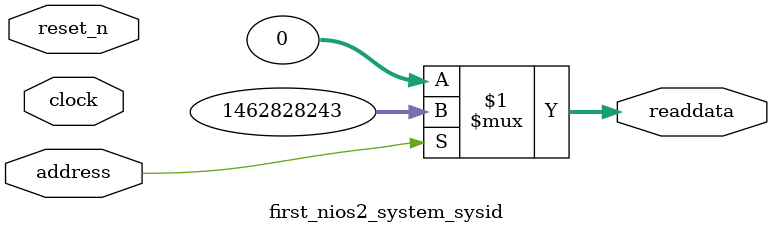
<source format=v>



// synthesis translate_off
`timescale 1ns / 1ps
// synthesis translate_on

// turn off superfluous verilog processor warnings 
// altera message_level Level1 
// altera message_off 10034 10035 10036 10037 10230 10240 10030 

module first_nios2_system_sysid (
               // inputs:
                address,
                clock,
                reset_n,

               // outputs:
                readdata
             )
;

  output  [ 31: 0] readdata;
  input            address;
  input            clock;
  input            reset_n;

  wire    [ 31: 0] readdata;
  //control_slave, which is an e_avalon_slave
  assign readdata = address ? 1462828243 : 0;

endmodule




</source>
